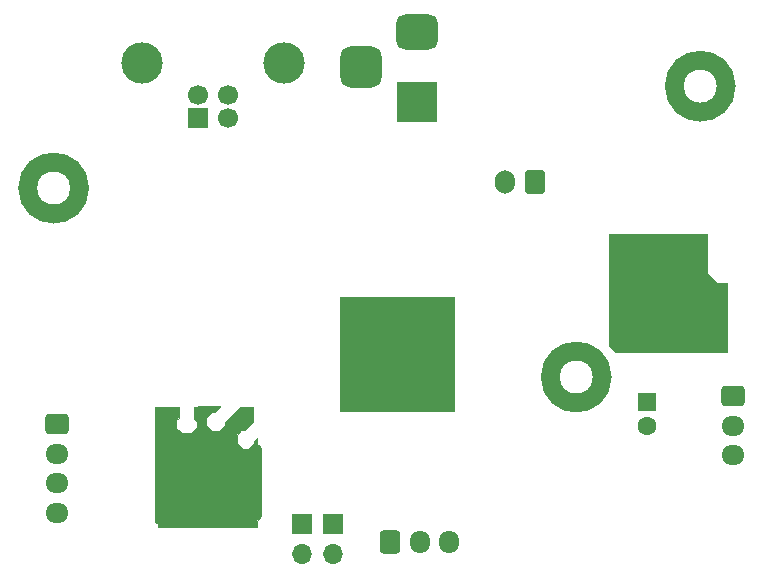
<source format=gbr>
%TF.GenerationSoftware,KiCad,Pcbnew,8.0.4*%
%TF.CreationDate,2025-07-27T19:27:03+02:00*%
%TF.ProjectId,GastroFocap,47617374-726f-4466-9f63-61702e6b6963,rev?*%
%TF.SameCoordinates,Original*%
%TF.FileFunction,Soldermask,Bot*%
%TF.FilePolarity,Negative*%
%FSLAX46Y46*%
G04 Gerber Fmt 4.6, Leading zero omitted, Abs format (unit mm)*
G04 Created by KiCad (PCBNEW 8.0.4) date 2025-07-27 19:27:03*
%MOMM*%
%LPD*%
G01*
G04 APERTURE LIST*
G04 Aperture macros list*
%AMRoundRect*
0 Rectangle with rounded corners*
0 $1 Rounding radius*
0 $2 $3 $4 $5 $6 $7 $8 $9 X,Y pos of 4 corners*
0 Add a 4 corners polygon primitive as box body*
4,1,4,$2,$3,$4,$5,$6,$7,$8,$9,$2,$3,0*
0 Add four circle primitives for the rounded corners*
1,1,$1+$1,$2,$3*
1,1,$1+$1,$4,$5*
1,1,$1+$1,$6,$7*
1,1,$1+$1,$8,$9*
0 Add four rect primitives between the rounded corners*
20,1,$1+$1,$2,$3,$4,$5,0*
20,1,$1+$1,$4,$5,$6,$7,0*
20,1,$1+$1,$6,$7,$8,$9,0*
20,1,$1+$1,$8,$9,$2,$3,0*%
G04 Aperture macros list end*
%ADD10C,0.100000*%
%ADD11C,1.600000*%
%ADD12C,1.600000*%
%ADD13R,1.600000X1.600000*%
%ADD14C,3.500000*%
%ADD15C,1.700000*%
%ADD16R,1.700000X1.700000*%
%ADD17O,1.700000X1.950000*%
%ADD18RoundRect,0.250000X-0.600000X-0.725000X0.600000X-0.725000X0.600000X0.725000X-0.600000X0.725000X0*%
%ADD19RoundRect,0.875000X-0.875000X0.875000X-0.875000X-0.875000X0.875000X-0.875000X0.875000X0.875000X0*%
%ADD20RoundRect,0.750000X-1.000000X0.750000X-1.000000X-0.750000X1.000000X-0.750000X1.000000X0.750000X0*%
%ADD21R,3.500000X3.500000*%
%ADD22O,1.950000X1.700000*%
%ADD23RoundRect,0.250000X-0.725000X0.600000X-0.725000X-0.600000X0.725000X-0.600000X0.725000X0.600000X0*%
%ADD24O,1.700000X2.000000*%
%ADD25RoundRect,0.250000X0.600000X0.750000X-0.600000X0.750000X-0.600000X-0.750000X0.600000X-0.750000X0*%
%ADD26O,1.700000X1.700000*%
G04 APERTURE END LIST*
D10*
X118850000Y-59850000D02*
X119650000Y-60650000D01*
X120500000Y-60650000D01*
X120500000Y-66500000D01*
X111000000Y-66500000D01*
X110500000Y-66000000D01*
X110500000Y-56500000D01*
X118850000Y-56500000D01*
X118850000Y-59850000D01*
G36*
X118850000Y-59850000D02*
G01*
X119650000Y-60650000D01*
X120500000Y-60650000D01*
X120500000Y-66500000D01*
X111000000Y-66500000D01*
X110500000Y-66000000D01*
X110500000Y-56500000D01*
X118850000Y-56500000D01*
X118850000Y-59850000D01*
G37*
X77600000Y-71200000D02*
X77200000Y-71600000D01*
X76900000Y-71600000D01*
X76400000Y-72100000D01*
X76400000Y-72700000D01*
X76900000Y-73200000D01*
X77500000Y-73200000D01*
X78000000Y-72700000D01*
X78000000Y-72500000D01*
X79300000Y-71200000D01*
X80400000Y-71200000D01*
X80400000Y-72400000D01*
X79700000Y-73100000D01*
X79400000Y-73100000D01*
X79000000Y-73500000D01*
X79000000Y-74200000D01*
X79500000Y-74700000D01*
X80000000Y-74700000D01*
X80500000Y-74200000D01*
X80500000Y-74000000D01*
X80700000Y-73800000D01*
X80700000Y-74400000D01*
X80900000Y-74400000D01*
X81100000Y-74600000D01*
X81100000Y-80400000D01*
X80700000Y-80800000D01*
X80700000Y-81300000D01*
X72300000Y-81300000D01*
X72300000Y-81100000D01*
X72100000Y-80900000D01*
X72100000Y-71200000D01*
X74100000Y-71200000D01*
X74100000Y-72100000D01*
X73900000Y-72300000D01*
X73900000Y-72900000D01*
X74400000Y-73400000D01*
X75100000Y-73400000D01*
X75600000Y-72900000D01*
X75600000Y-72400000D01*
X75400000Y-72200000D01*
X75400000Y-71200000D01*
X75600000Y-71200000D01*
X75700000Y-71100000D01*
X77600000Y-71100000D01*
X77600000Y-71200000D01*
G36*
X77600000Y-71200000D02*
G01*
X77200000Y-71600000D01*
X76900000Y-71600000D01*
X76400000Y-72100000D01*
X76400000Y-72700000D01*
X76900000Y-73200000D01*
X77500000Y-73200000D01*
X78000000Y-72700000D01*
X78000000Y-72500000D01*
X79300000Y-71200000D01*
X80400000Y-71200000D01*
X80400000Y-72400000D01*
X79700000Y-73100000D01*
X79400000Y-73100000D01*
X79000000Y-73500000D01*
X79000000Y-74200000D01*
X79500000Y-74700000D01*
X80000000Y-74700000D01*
X80500000Y-74200000D01*
X80500000Y-74000000D01*
X80700000Y-73800000D01*
X80700000Y-74400000D01*
X80900000Y-74400000D01*
X81100000Y-74600000D01*
X81100000Y-80400000D01*
X80700000Y-80800000D01*
X80700000Y-81300000D01*
X72300000Y-81300000D01*
X72300000Y-81100000D01*
X72100000Y-80900000D01*
X72100000Y-71200000D01*
X74100000Y-71200000D01*
X74100000Y-72100000D01*
X73900000Y-72300000D01*
X73900000Y-72900000D01*
X74400000Y-73400000D01*
X75100000Y-73400000D01*
X75600000Y-72900000D01*
X75600000Y-72400000D01*
X75400000Y-72200000D01*
X75400000Y-71200000D01*
X75600000Y-71200000D01*
X75700000Y-71100000D01*
X77600000Y-71100000D01*
X77600000Y-71200000D01*
G37*
G36*
X87750000Y-61875000D02*
G01*
X97500000Y-61875000D01*
X97500000Y-71625000D01*
X87750000Y-71625000D01*
X87750000Y-61875000D01*
G37*
D11*
X120450000Y-44000000D02*
G75*
G02*
X116050000Y-44000000I-2200000J0D01*
G01*
X116050000Y-44000000D02*
G75*
G02*
X120450000Y-44000000I2200000J0D01*
G01*
X65700000Y-52625000D02*
G75*
G02*
X61300000Y-52625000I-2200000J0D01*
G01*
X61300000Y-52625000D02*
G75*
G02*
X65700000Y-52625000I2200000J0D01*
G01*
X109950000Y-68625000D02*
G75*
G02*
X105550000Y-68625000I-2200000J0D01*
G01*
X105550000Y-68625000D02*
G75*
G02*
X109950000Y-68625000I2200000J0D01*
G01*
D12*
%TO.C,C7*%
X113750000Y-72750000D03*
D13*
X113750000Y-70750000D03*
%TD*%
D14*
%TO.C,J5*%
X83020000Y-42000000D03*
X70980000Y-42000000D03*
D15*
X75750000Y-44710000D03*
X78250000Y-44710000D03*
X78250000Y-46710000D03*
D16*
X75750000Y-46710000D03*
%TD*%
D17*
%TO.C,U1*%
X97000000Y-82600000D03*
X94500000Y-82600000D03*
D18*
X92000000Y-82600000D03*
%TD*%
D19*
%TO.C,J4*%
X89550000Y-42375000D03*
D20*
X94250000Y-39375000D03*
D21*
X94250000Y-45375000D03*
%TD*%
D22*
%TO.C,J6*%
X63750000Y-80125000D03*
X63750000Y-77625000D03*
X63750000Y-75125000D03*
D23*
X63750000Y-72625000D03*
%TD*%
D24*
%TO.C,D3*%
X101750000Y-52125000D03*
D25*
X104250000Y-52125000D03*
%TD*%
D26*
%TO.C,J2*%
X84500000Y-83625000D03*
D16*
X84500000Y-81085000D03*
%TD*%
D22*
%TO.C,J1*%
X121025000Y-75250000D03*
X121025000Y-72750000D03*
D23*
X121025000Y-70250000D03*
%TD*%
D26*
%TO.C,J3*%
X87150000Y-83625000D03*
D16*
X87150000Y-81085000D03*
%TD*%
M02*

</source>
